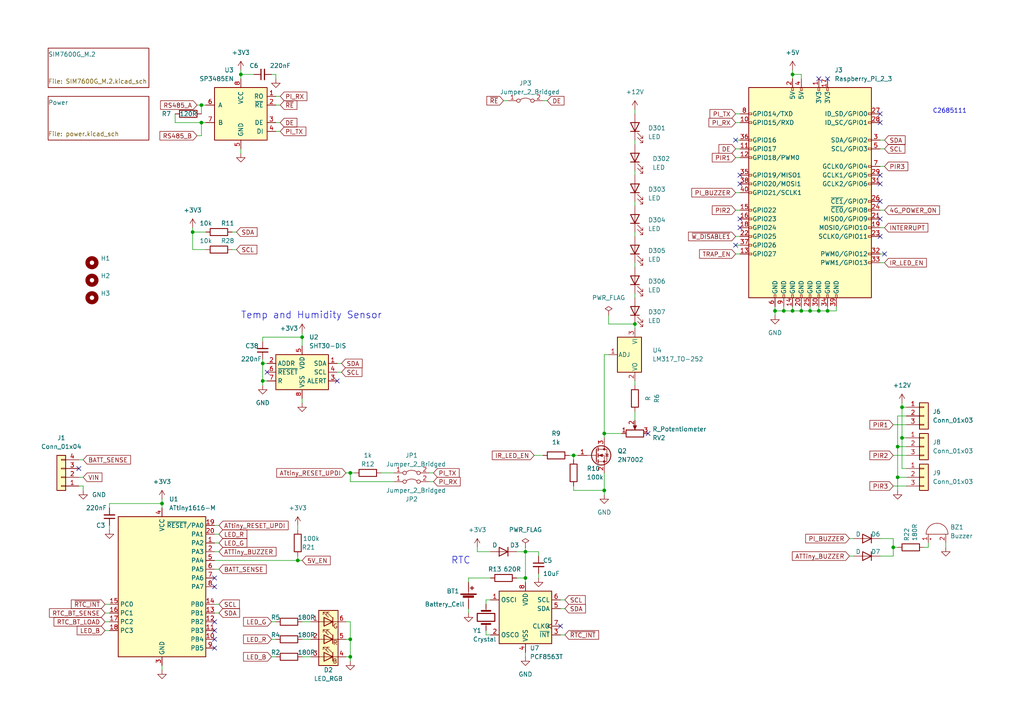
<source format=kicad_sch>
(kicad_sch (version 20211123) (generator eeschema)
  (paper "A4")
  (junction (at 232.41 90.17))
  (junction (at 261.62 118.11))
  (junction (at 260.35 129.54))
  (junction (at 152.4 160.02))
  (junction (at 260.35 138.43))
  (junction (at 86.36 162.56))
  (junction (at 58.42 30.48))
  (junction (at 46.99 146.05))
  (junction (at 101.6 190.5))
  (junction (at 184.15 93.98))
  (junction (at 101.6 137.16))
  (junction (at 55.88 67.31))
  (junction (at 240.03 90.17))
  (junction (at 175.26 125.73))
  (junction (at 76.2 105.41))
  (junction (at 69.85 21.59))
  (junction (at 101.6 185.42))
  (junction (at 234.95 90.17))
  (junction (at 227.33 90.17))
  (junction (at 175.26 142.24))
  (junction (at 229.87 21.59))
  (junction (at 224.79 90.17))
  (junction (at 127 -60.96))
  (junction (at 229.87 90.17))
  (junction (at 114.3 -50.8))
  (junction (at 58.42 35.56))
  (junction (at 87.63 97.79))
  (junction (at 259.08 158.75))
  (junction (at 166.37 132.08))
  (junction (at 76.2 110.49))
  (junction (at 261.62 127))
  (junction (at 237.49 90.17))
  (junction (at 152.4 167.64))
  (no_connect (at 213.36 40.64))
  (no_connect (at 214.63 50.8))
  (no_connect (at 213.36 71.12))
  (no_connect (at 237.49 22.86))
  (no_connect (at 256.54 73.66))
  (no_connect (at 214.63 63.5))
  (no_connect (at 97.79 110.49))
  (no_connect (at 255.27 53.34))
  (no_connect (at 22.86 135.89))
  (no_connect (at 77.47 107.95))
  (no_connect (at 255.27 68.58))
  (no_connect (at -35.56 125.73))
  (no_connect (at 62.23 185.42))
  (no_connect (at 62.23 167.64))
  (no_connect (at -35.56 115.57))
  (no_connect (at 62.23 187.96))
  (no_connect (at 255.27 58.42))
  (no_connect (at 255.27 35.56))
  (no_connect (at 62.23 180.34))
  (no_connect (at 214.63 66.04))
  (no_connect (at 255.27 33.02))
  (no_connect (at 255.27 63.5))
  (no_connect (at 255.27 50.8))
  (no_connect (at 240.03 22.86))
  (no_connect (at -35.56 120.65))
  (no_connect (at 187.96 125.73))
  (no_connect (at 62.23 170.18))
  (no_connect (at 162.56 181.61))
  (no_connect (at 62.23 182.88))
  (no_connect (at -35.56 110.49))
  (no_connect (at 214.63 53.34))
  (wire (pts (xy 69.85 21.59) (xy 69.85 22.86)))
  (wire (pts (xy 125.73 -15.24) (xy 127 -15.24)))
  (wire (pts (xy 180.34 125.73) (xy 175.26 125.73)))
  (wire (pts (xy 78.74 185.42) (xy 80.01 185.42)))
  (wire (pts (xy 86.36 152.4) (xy 86.36 153.67)))
  (wire (pts (xy 58.42 35.56) (xy 58.42 39.37)))
  (wire (pts (xy 184.15 40.64) (xy 184.15 41.91)))
  (wire (pts (xy 260.35 129.54) (xy 260.35 138.43)))
  (wire (pts (xy 259.08 158.75) (xy 260.35 158.75)))
  (wire (pts (xy 76.2 104.14) (xy 76.2 105.41)))
  (wire (pts (xy 255.27 161.29) (xy 259.08 161.29)))
  (wire (pts (xy 175.26 125.73) (xy 175.26 127)))
  (wire (pts (xy 125.73 -25.4) (xy 128.27 -25.4)))
  (wire (pts (xy 157.48 29.21) (xy 158.75 29.21)))
  (wire (pts (xy 31.75 152.4) (xy 31.75 153.67)))
  (wire (pts (xy 110.49 137.16) (xy 114.3 137.16)))
  (wire (pts (xy 125.73 -20.32) (xy 128.27 -20.32)))
  (wire (pts (xy 237.49 90.17) (xy 237.49 88.9)))
  (wire (pts (xy 87.63 96.52) (xy 87.63 97.79)))
  (wire (pts (xy 127 -60.96) (xy 114.3 -60.96)))
  (wire (pts (xy 213.36 71.12) (xy 214.63 71.12)))
  (wire (pts (xy 213.36 55.88) (xy 214.63 55.88)))
  (wire (pts (xy 152.4 158.75) (xy 152.4 160.02)))
  (wire (pts (xy 240.03 90.17) (xy 240.03 88.9)))
  (wire (pts (xy 81.28 38.1) (xy 80.01 38.1)))
  (wire (pts (xy 22.86 138.43) (xy 24.13 138.43)))
  (wire (pts (xy 162.56 184.15) (xy 163.83 184.15)))
  (wire (pts (xy 262.89 129.54) (xy 260.35 129.54)))
  (wire (pts (xy 30.48 175.26) (xy 31.75 175.26)))
  (wire (pts (xy 101.6 137.16) (xy 102.87 137.16)))
  (wire (pts (xy 69.85 20.32) (xy 69.85 21.59)))
  (wire (pts (xy 234.95 90.17) (xy 237.49 90.17)))
  (wire (pts (xy 224.79 88.9) (xy 224.79 90.17)))
  (wire (pts (xy 101.6 180.34) (xy 100.33 180.34)))
  (wire (pts (xy 162.56 176.53) (xy 163.83 176.53)))
  (wire (pts (xy 62.23 157.48) (xy 63.5 157.48)))
  (wire (pts (xy 213.36 45.72) (xy 214.63 45.72)))
  (wire (pts (xy 62.23 152.4) (xy 63.5 152.4)))
  (wire (pts (xy 242.57 90.17) (xy 242.57 88.9)))
  (wire (pts (xy 87.63 190.5) (xy 90.17 190.5)))
  (wire (pts (xy 59.69 35.56) (xy 58.42 35.56)))
  (wire (pts (xy 87.63 115.57) (xy 87.63 116.84)))
  (wire (pts (xy 86.36 162.56) (xy 87.63 162.56)))
  (wire (pts (xy 62.23 165.1) (xy 63.5 165.1)))
  (wire (pts (xy 101.6 185.42) (xy 101.6 180.34)))
  (wire (pts (xy 175.26 142.24) (xy 166.37 142.24)))
  (wire (pts (xy 152.4 189.23) (xy 152.4 190.5)))
  (wire (pts (xy 101.6 190.5) (xy 100.33 190.5)))
  (wire (pts (xy 259.08 156.21) (xy 259.08 158.75)))
  (wire (pts (xy 87.63 97.79) (xy 87.63 100.33)))
  (wire (pts (xy 255.27 156.21) (xy 259.08 156.21)))
  (wire (pts (xy 135.89 176.53) (xy 135.89 177.8)))
  (wire (pts (xy 62.23 162.56) (xy 86.36 162.56)))
  (wire (pts (xy 46.99 144.78) (xy 46.99 146.05)))
  (wire (pts (xy 76.2 110.49) (xy 77.47 110.49)))
  (wire (pts (xy 81.28 27.94) (xy 80.01 27.94)))
  (wire (pts (xy 76.2 97.79) (xy 87.63 97.79)))
  (wire (pts (xy 255.27 48.26) (xy 256.54 48.26)))
  (wire (pts (xy 232.41 90.17) (xy 234.95 90.17)))
  (wire (pts (xy 149.86 167.64) (xy 152.4 167.64)))
  (wire (pts (xy 62.23 160.02) (xy 63.5 160.02)))
  (wire (pts (xy 135.89 -25.4) (xy 137.16 -25.4)))
  (wire (pts (xy 30.48 177.8) (xy 31.75 177.8)))
  (wire (pts (xy 138.43 158.75) (xy 138.43 160.02)))
  (wire (pts (xy 81.28 35.56) (xy 80.01 35.56)))
  (wire (pts (xy 59.69 67.31) (xy 55.88 67.31)))
  (wire (pts (xy 146.05 29.21) (xy 147.32 29.21)))
  (wire (pts (xy 237.49 90.17) (xy 240.03 90.17)))
  (wire (pts (xy 58.42 35.56) (xy 50.8 35.56)))
  (wire (pts (xy 127 -62.23) (xy 127 -60.96)))
  (wire (pts (xy 58.42 30.48) (xy 58.42 33.02)))
  (wire (pts (xy 224.79 90.17) (xy 224.79 91.44)))
  (wire (pts (xy 101.6 190.5) (xy 101.6 191.77)))
  (wire (pts (xy 261.62 127) (xy 261.62 135.89)))
  (wire (pts (xy 166.37 132.08) (xy 166.37 133.35)))
  (wire (pts (xy 166.37 142.24) (xy 166.37 140.97)))
  (wire (pts (xy 46.99 193.04) (xy 46.99 194.31)))
  (wire (pts (xy 87.63 180.34) (xy 90.17 180.34)))
  (wire (pts (xy 213.36 33.02) (xy 214.63 33.02)))
  (wire (pts (xy 184.15 93.98) (xy 184.15 95.25)))
  (wire (pts (xy 184.15 110.49) (xy 184.15 111.76)))
  (wire (pts (xy 24.13 140.97) (xy 24.13 142.24)))
  (wire (pts (xy 30.48 180.34) (xy 31.75 180.34)))
  (wire (pts (xy 224.79 90.17) (xy 227.33 90.17)))
  (wire (pts (xy 261.62 116.84) (xy 261.62 118.11)))
  (wire (pts (xy 234.95 90.17) (xy 234.95 88.9)))
  (wire (pts (xy 76.2 111.76) (xy 76.2 110.49)))
  (wire (pts (xy 176.53 93.98) (xy 184.15 93.98)))
  (wire (pts (xy 175.26 142.24) (xy 175.26 143.51)))
  (wire (pts (xy 184.15 31.75) (xy 184.15 33.02)))
  (wire (pts (xy 124.46 139.7) (xy 125.73 139.7)))
  (wire (pts (xy 97.79 107.95) (xy 99.06 107.95)))
  (wire (pts (xy 213.36 73.66) (xy 214.63 73.66)))
  (wire (pts (xy 78.74 180.34) (xy 80.01 180.34)))
  (wire (pts (xy 184.15 119.38) (xy 184.15 121.92)))
  (wire (pts (xy 184.15 85.09) (xy 184.15 86.36)))
  (wire (pts (xy 78.74 190.5) (xy 80.01 190.5)))
  (wire (pts (xy 101.6 139.7) (xy 101.6 137.16)))
  (wire (pts (xy 46.99 146.05) (xy 31.75 146.05)))
  (wire (pts (xy 156.21 160.02) (xy 152.4 160.02)))
  (wire (pts (xy 259.08 140.97) (xy 262.89 140.97)))
  (wire (pts (xy 213.36 35.56) (xy 214.63 35.56)))
  (wire (pts (xy 165.1 132.08) (xy 166.37 132.08)))
  (wire (pts (xy 259.08 132.08) (xy 262.89 132.08)))
  (wire (pts (xy 260.35 120.65) (xy 260.35 129.54)))
  (wire (pts (xy 262.89 120.65) (xy 260.35 120.65)))
  (wire (pts (xy 140.97 173.99) (xy 142.24 173.99)))
  (wire (pts (xy 175.26 102.87) (xy 175.26 125.73)))
  (wire (pts (xy 59.69 30.48) (xy 58.42 30.48)))
  (wire (pts (xy 55.88 72.39) (xy 55.88 67.31)))
  (wire (pts (xy 255.27 76.2) (xy 256.54 76.2)))
  (wire (pts (xy 261.62 118.11) (xy 261.62 127)))
  (wire (pts (xy 67.31 72.39) (xy 68.58 72.39)))
  (wire (pts (xy 262.89 127) (xy 261.62 127)))
  (wire (pts (xy 80.01 21.59) (xy 78.74 21.59)))
  (wire (pts (xy 140.97 175.26) (xy 140.97 173.99)))
  (wire (pts (xy 138.43 160.02) (xy 142.24 160.02)))
  (wire (pts (xy 156.21 166.37) (xy 156.21 167.64)))
  (wire (pts (xy 100.33 137.16) (xy 101.6 137.16)))
  (wire (pts (xy 255.27 73.66) (xy 256.54 73.66)))
  (wire (pts (xy 229.87 20.32) (xy 229.87 21.59)))
  (wire (pts (xy 227.33 90.17) (xy 229.87 90.17)))
  (wire (pts (xy 62.23 177.8) (xy 63.5 177.8)))
  (wire (pts (xy 149.86 160.02) (xy 152.4 160.02)))
  (wire (pts (xy 101.6 185.42) (xy 101.6 190.5)))
  (wire (pts (xy 97.79 105.41) (xy 99.06 105.41)))
  (wire (pts (xy 114.3 -60.96) (xy 114.3 -59.69)))
  (wire (pts (xy 229.87 21.59) (xy 229.87 22.86)))
  (wire (pts (xy 87.63 185.42) (xy 90.17 185.42)))
  (wire (pts (xy 86.36 161.29) (xy 86.36 162.56)))
  (wire (pts (xy 227.33 90.17) (xy 227.33 88.9)))
  (wire (pts (xy 57.15 30.48) (xy 58.42 30.48)))
  (wire (pts (xy 135.89 167.64) (xy 135.89 168.91)))
  (wire (pts (xy 213.36 40.64) (xy 214.63 40.64)))
  (wire (pts (xy 232.41 90.17) (xy 232.41 88.9)))
  (wire (pts (xy 80.01 22.86) (xy 80.01 21.59)))
  (wire (pts (xy 22.86 133.35) (xy 24.13 133.35)))
  (wire (pts (xy 96.52 -44.45) (xy 97.79 -44.45)))
  (wire (pts (xy 30.48 182.88) (xy 31.75 182.88)))
  (wire (pts (xy 229.87 21.59) (xy 232.41 21.59)))
  (wire (pts (xy 124.46 137.16) (xy 125.73 137.16)))
  (wire (pts (xy 166.37 132.08) (xy 167.64 132.08)))
  (wire (pts (xy 142.24 184.15) (xy 140.97 184.15)))
  (wire (pts (xy 262.89 138.43) (xy 260.35 138.43)))
  (wire (pts (xy 76.2 105.41) (xy 77.47 105.41)))
  (wire (pts (xy 255.27 43.18) (xy 256.54 43.18)))
  (wire (pts (xy 154.94 132.08) (xy 157.48 132.08)))
  (wire (pts (xy 259.08 123.19) (xy 262.89 123.19)))
  (wire (pts (xy 213.36 68.58) (xy 214.63 68.58)))
  (wire (pts (xy 57.15 39.37) (xy 58.42 39.37)))
  (wire (pts (xy 125.73 -22.86) (xy 128.27 -22.86)))
  (wire (pts (xy 114.3 -39.37) (xy 114.3 -38.1)))
  (wire (pts (xy 140.97 184.15) (xy 140.97 182.88)))
  (wire (pts (xy 213.36 60.96) (xy 214.63 60.96)))
  (wire (pts (xy 114.3 -52.07) (xy 114.3 -50.8)))
  (wire (pts (xy 76.2 105.41) (xy 76.2 110.49)))
  (wire (pts (xy 105.41 -44.45) (xy 106.68 -44.45)))
  (wire (pts (xy 62.23 154.94) (xy 63.5 154.94)))
  (wire (pts (xy 50.8 35.56) (xy 50.8 33.02)))
  (wire (pts (xy 127 -60.96) (xy 127 -55.88)))
  (wire (pts (xy 262.89 118.11) (xy 261.62 118.11)))
  (wire (pts (xy 152.4 167.64) (xy 152.4 168.91)))
  (wire (pts (xy 260.35 138.43) (xy 260.35 142.24)))
  (wire (pts (xy 184.15 58.42) (xy 184.15 59.69)))
  (wire (pts (xy 142.24 167.64) (xy 135.89 167.64)))
  (wire (pts (xy 175.26 137.16) (xy 175.26 142.24)))
  (wire (pts (xy 55.88 67.31) (xy 55.88 66.04)))
  (wire (pts (xy 76.2 99.06) (xy 76.2 97.79)))
  (wire (pts (xy 229.87 90.17) (xy 232.41 90.17)))
  (wire (pts (xy 125.73 -17.78) (xy 127 -17.78)))
  (wire (pts (xy 114.3 -50.8) (xy 114.3 -49.53)))
  (wire (pts (xy 81.28 30.48) (xy 80.01 30.48)))
  (wire (pts (xy 100.33 185.42) (xy 101.6 185.42)))
  (wire (pts (xy 67.31 67.31) (xy 68.58 67.31)))
  (wire (pts (xy 184.15 76.2) (xy 184.15 77.47)))
  (wire (pts (xy 46.99 146.05) (xy 46.99 147.32)))
  (wire (pts (xy 127 -45.72) (xy 127 -17.78)))
  (wire (pts (xy 213.36 43.18) (xy 214.63 43.18)))
  (wire (pts (xy 69.85 43.18) (xy 69.85 44.45)))
  (wire (pts (xy 259.08 161.29) (xy 259.08 158.75)))
  (wire (pts (xy 269.24 157.48) (xy 269.24 158.75)))
  (wire (pts (xy 162.56 173.99) (xy 163.83 173.99)))
  (wire (pts (xy 22.86 140.97) (xy 24.13 140.97)))
  (wire (pts (xy 101.6 139.7) (xy 114.3 139.7)))
  (wire (pts (xy 240.03 90.17) (xy 242.57 90.17)))
  (wire (pts (xy 62.23 175.26) (xy 63.5 175.26)))
  (wire (pts (xy 255.27 40.64) (xy 256.54 40.64)))
  (wire (pts (xy 184.15 67.31) (xy 184.15 68.58)))
  (wire (pts (xy 152.4 160.02) (xy 152.4 167.64)))
  (wire (pts (xy 246.38 156.21) (xy 247.65 156.21)))
  (wire (pts (xy 31.75 146.05) (xy 31.75 147.32)))
  (wire (pts (xy 269.24 158.75) (xy 267.97 158.75)))
  (wire (pts (xy 176.53 91.44) (xy 176.53 93.98)))
  (wire (pts (xy 114.3 -50.8) (xy 119.38 -50.8)))
  (wire (pts (xy 255.27 60.96) (xy 256.54 60.96)))
  (wire (pts (xy 69.85 21.59) (xy 73.66 21.59)))
  (wire (pts (xy 255.27 66.04) (xy 256.54 66.04)))
  (wire (pts (xy 274.32 157.48) (xy 274.32 158.75)))
  (wire (pts (xy 176.53 102.87) (xy 175.26 102.87)))
  (wire (pts (xy 229.87 90.17) (xy 229.87 88.9)))
  (wire (pts (xy 262.89 135.89) (xy 261.62 135.89)))
  (wire (pts (xy 184.15 49.53) (xy 184.15 50.8)))
  (wire (pts (xy 156.21 161.29) (xy 156.21 160.02)))
  (wire (pts (xy 246.38 161.29) (xy 247.65 161.29)))
  (wire (pts (xy 59.69 72.39) (xy 55.88 72.39)))
  (wire (pts (xy 232.41 21.59) (xy 232.41 22.86)))
  (text "C2685111" (at 270.51 33.02 0) (effects (font (size 1.27 1.27)) (justify left bottom)))
  (text "RTC" (at 130.81 163.83 0) (effects (font (size 2 2)) (justify left bottom)))
  (text "Temp and Humidity Sensor" (at 69.85 92.71 0) (effects (font (size 2 2)) (justify left bottom)))
  (global_label "DE" (shape input) (at 213.36 43.18 180) (property "Intersheet References" "${INTERSHEET_REFS}" (effects hide)))
  (global_label "BATT_SENSE" (shape input) (at 63.5 165.1 0) (property "Intersheet References" "${INTERSHEET_REFS}" (effects hide)))
  (global_label "VIN" (shape input) (at 24.13 138.43 0) (property "Intersheet References" "${INTERSHEET_REFS}" (effects hide)))
  (global_label "TRAP_EN" (shape input) (at 96.52 -44.45 180) (property "Intersheet References" "${INTERSHEET_REFS}" (effects hide)))
  (global_label "SDA" (shape input) (at 163.83 176.53 0) (property "Intersheet References" "${INTERSHEET_REFS}" (effects hide)))
  (global_label "BATT_SENSE" (shape input) (at 24.13 133.35 0) (property "Intersheet References" "${INTERSHEET_REFS}" (effects hide)))
  (global_label "PI_RX" (shape input) (at 81.28 27.94 0) (property "Intersheet References" "${INTERSHEET_REFS}" (effects hide)))
  (global_label "5V_EN" (shape input) (at 87.63 162.56 0) (property "Intersheet References" "${INTERSHEET_REFS}" (effects hide)))
  (global_label "RTC_BT_LOAD" (shape input) (at 30.48 180.34 180) (property "Intersheet References" "${INTERSHEET_REFS}" (effects hide)))
  (global_label "PI_TX" (shape input) (at 213.36 33.02 180) (property "Intersheet References" "${INTERSHEET_REFS}" (effects hide)))
  (global_label "INTERRUPT" (shape input) (at 137.16 -25.4 0) (property "Intersheet References" "${INTERSHEET_REFS}" (effects hide)))
  (global_label "PI_TX" (shape input) (at 125.73 137.16 0) (property "Intersheet References" "${INTERSHEET_REFS}" (effects hide)))
  (global_label "PI_RX" (shape input) (at 125.73 139.7 0) (property "Intersheet References" "${INTERSHEET_REFS}" (effects hide)))
  (global_label "LED_G" (shape input) (at 63.5 157.48 0) (property "Intersheet References" "${INTERSHEET_REFS}" (effects hide)))
  (global_label "~{RTC_INT}" (shape input) (at 30.48 175.26 180) (property "Intersheet References" "${INTERSHEET_REFS}" (effects hide)))
  (global_label "LED_G" (shape input) (at 78.74 180.34 180) (property "Intersheet References" "${INTERSHEET_REFS}" (effects hide)))
  (global_label "SCL" (shape input) (at 63.5 175.26 0) (property "Intersheet References" "${INTERSHEET_REFS}" (effects hide)))
  (global_label "IR_LED_EN" (shape input) (at 256.54 76.2 0) (property "Intersheet References" "${INTERSHEET_REFS}" (effects hide)))
  (global_label "PIR3" (shape input) (at 259.08 140.97 180) (property "Intersheet References" "${INTERSHEET_REFS}" (effects hide)))
  (global_label "RS485_B" (shape input) (at 128.27 -22.86 0) (property "Intersheet References" "${INTERSHEET_REFS}" (effects hide)))
  (global_label "LED_B" (shape input) (at 78.74 190.5 180) (property "Intersheet References" "${INTERSHEET_REFS}" (effects hide)))
  (global_label "4G_POWER_ON" (shape input) (at 256.54 60.96 0) (property "Intersheet References" "${INTERSHEET_REFS}" (effects hide)))
  (global_label "RS485_B" (shape input) (at 57.15 39.37 180) (property "Intersheet References" "${INTERSHEET_REFS}" (effects hide)))
  (global_label "PIR2" (shape input) (at 259.08 132.08 180) (property "Intersheet References" "${INTERSHEET_REFS}" (effects hide)))
  (global_label "DE" (shape input) (at 81.28 35.56 0) (property "Intersheet References" "${INTERSHEET_REFS}" (effects hide)))
  (global_label "RS485_A" (shape input) (at 57.15 30.48 180) (property "Intersheet References" "${INTERSHEET_REFS}" (effects hide)))
  (global_label "PIR1" (shape input) (at 213.36 45.72 180) (property "Intersheet References" "${INTERSHEET_REFS}" (effects hide)))
  (global_label "IR_LED_EN" (shape input) (at 154.94 132.08 180) (property "Intersheet References" "${INTERSHEET_REFS}" (effects hide)))
  (global_label "LED_R" (shape input) (at 78.74 185.42 180) (property "Intersheet References" "${INTERSHEET_REFS}" (effects hide)))
  (global_label "ATTiny_BUZZER" (shape input) (at 246.38 161.29 180) (property "Intersheet References" "${INTERSHEET_REFS}" (effects hide)))
  (global_label "RS485_A" (shape input) (at 128.27 -20.32 0) (property "Intersheet References" "${INTERSHEET_REFS}" (effects hide)))
  (global_label "SCL" (shape input) (at 256.54 43.18 0) (property "Intersheet References" "${INTERSHEET_REFS}" (effects hide)))
  (global_label "SDA" (shape input) (at 99.06 105.41 0) (property "Intersheet References" "${INTERSHEET_REFS}" (effects hide)))
  (global_label "LED_R" (shape input) (at 63.5 154.94 0) (property "Intersheet References" "${INTERSHEET_REFS}" (effects hide)))
  (global_label "PIR3" (shape input) (at 256.54 48.26 0) (property "Intersheet References" "${INTERSHEET_REFS}" (effects hide)))
  (global_label "~{RE}" (shape input) (at 146.05 29.21 180) (property "Intersheet References" "${INTERSHEET_REFS}" (effects hide)))
  (global_label "SCL" (shape input) (at 68.58 72.39 0) (property "Intersheet References" "${INTERSHEET_REFS}" (effects hide)))
  (global_label "~{RTC_INT}" (shape input) (at 163.83 184.15 0) (property "Intersheet References" "${INTERSHEET_REFS}" (effects hide)))
  (global_label "SDA" (shape input) (at 256.54 40.64 0) (property "Intersheet References" "${INTERSHEET_REFS}" (effects hide)))
  (global_label "~{RE}" (shape input) (at 81.28 30.48 0) (property "Intersheet References" "${INTERSHEET_REFS}" (effects hide)))
  (global_label "SCL" (shape input) (at 99.06 107.95 0) (property "Intersheet References" "${INTERSHEET_REFS}" (effects hide)))
  (global_label "ATtiny_RESET_UPDI" (shape input) (at 100.33 137.16 180) (property "Intersheet References" "${INTERSHEET_REFS}" (effects hide)))
  (global_label "SDA" (shape input) (at 63.5 177.8 0) (property "Intersheet References" "${INTERSHEET_REFS}" (effects hide)))
  (global_label "TRAP_EN" (shape input) (at 213.36 73.66 180) (property "Intersheet References" "${INTERSHEET_REFS}" (effects hide)))
  (global_label "PIR1" (shape input) (at 259.08 123.19 180) (property "Intersheet References" "${INTERSHEET_REFS}" (effects hide)))
  (global_label "ATtiny_RESET_UPDI" (shape input) (at 63.5 152.4 0) (property "Intersheet References" "${INTERSHEET_REFS}" (effects hide)))
  (global_label "PI_BUZZER" (shape input) (at 213.36 55.88 180) (property "Intersheet References" "${INTERSHEET_REFS}" (effects hide)))
  (global_label "SCL" (shape input) (at 163.83 173.99 0) (property "Intersheet References" "${INTERSHEET_REFS}" (effects hide)))
  (global_label "INTERRUPT" (shape input) (at 256.54 66.04 0) (property "Intersheet References" "${INTERSHEET_REFS}" (effects hide)))
  (global_label "RTC_BT_SENSE" (shape input) (at 30.48 177.8 180) (property "Intersheet References" "${INTERSHEET_REFS}" (effects hide)))
  (global_label "ATTiny_BUZZER" (shape input) (at 63.5 160.02 0) (property "Intersheet References" "${INTERSHEET_REFS}" (effects hide)))
  (global_label "PIR2" (shape input) (at 213.36 60.96 180) (property "Intersheet References" "${INTERSHEET_REFS}" (effects hide)))
  (global_label "DE" (shape input) (at 158.75 29.21 0) (property "Intersheet References" "${INTERSHEET_REFS}" (effects hide)))
  (global_label "~{W_DISABLE1}" (shape input) (at 213.36 68.58 180) (property "Intersheet References" "${INTERSHEET_REFS}" (effects hide)))
  (global_label "PI_TX" (shape input) (at 81.28 38.1 0) (property "Intersheet References" "${INTERSHEET_REFS}" (effects hide)))
  (global_label "LED_B" (shape input) (at 30.48 182.88 180) (property "Intersheet References" "${INTERSHEET_REFS}" (effects hide)))
  (global_label "SDA" (shape input) (at 68.58 67.31 0) (property "Intersheet References" "${INTERSHEET_REFS}" (effects hide)))
  (global_label "PI_RX" (shape input) (at 213.36 35.56 180) (property "Intersheet References" "${INTERSHEET_REFS}" (effects hide)))
  (global_label "PI_BUZZER" (shape input) (at 246.38 156.21 180) (property "Intersheet References" "${INTERSHEET_REFS}" (effects hide)))
  (symbol (lib_id "Regulator_Linear:LM317_TO-252") (at 184.15 102.87 270) (unit 1)
    (property "Reference" "U4" (at 189.23 101.5999 90) (effects (justify left)))
    (property "Value" "LM317_TO-252" (at 189.23 104.1399 90) (effects (justify left)))
    (property "Footprint" "Package_TO_SOT_SMD:TO-252-2" (effects hide))
    (property "Datasheet" "http://www.ti.com/lit/ds/snvs774n/snvs774n.pdf" (effects hide))
    (property "LCSC" "C75510" (effects hide))
  )
  (symbol (lib_id "power:+5V") (at 229.87 20.32 0) (unit 1)
    (property "Reference" "#PWR017" (effects hide))
    (property "Value" "+5V" (at 229.87 15.24 0))
  )
  (symbol (lib_id "Device:D") (at 251.46 161.29 180) (unit 1)
    (property "Reference" "D7" (at 254 160.02 0))
    (property "Value" "D" (at 248.92 160.02 0))
    (property "Footprint" "Diode_SMD:D_SOD-523" (effects hide))
    (property "LCSC" "C668989" (effects hide))
  )
  (symbol (lib_id "Jumper:Jumper_2_Bridged") (at 152.4 29.21 0) (unit 1)
    (property "Reference" "JP3" (at 152.4 24.13 0))
    (property "Value" "Jumper_2_Bridged" (at 153.67 26.67 0))
    (property "Footprint" "Connector_PinHeader_2.54mm:PinHeader_1x02_P2.54mm_Vertical" (effects hide))
  )
  (symbol (lib_id "power:+3V3") (at 87.63 96.52 0) (unit 1)
    (property "Reference" "#PWR0124" (effects hide))
    (property "Value" "+3V3" (at 83.82 95.25 0))
  )
  (symbol (lib_id "power:+3V3") (at 55.88 66.04 0) (unit 1)
    (property "Reference" "#PWR0129" (effects hide))
    (property "Value" "+3V3" (at 55.88 60.96 0))
  )
  (symbol (lib_id "Jumper:Jumper_2_Bridged") (at 119.38 137.16 0) (unit 1)
    (property "Reference" "JP1" (at 119.38 132.08 0))
    (property "Value" "Jumper_2_Bridged" (at 120.65 134.62 0))
    (property "Footprint" "Connector_PinHeader_2.54mm:PinHeader_1x02_P2.54mm_Vertical" (effects hide))
  )
  (symbol (lib_id "power:GND") (at 46.99 194.31 0) (unit 1)
    (property "Reference" "#PWR0114" (effects hide))
    (property "Value" "GND" (effects hide))
  )
  (symbol (lib_id "power:GND") (at 152.4 190.5 0) (unit 1)
    (property "Reference" "#PWR0111" (effects hide))
    (property "Value" "GND" (at 152.4 195.58 0))
  )
  (symbol (lib_id "Timer_RTC:PCF8563T") (at 152.4 179.07 0) (unit 1)
    (property "Reference" "U7" (at 153.67 187.96 0) (effects (justify left)))
    (property "Value" "PCF8563T" (at 153.67 190.5 0) (effects (justify left)))
    (property "Footprint" "Package_SO:SOIC-8_3.9x4.9mm_P1.27mm" (effects hide))
    (property "Datasheet" "https://www.nxp.com/docs/en/data-sheet/PCF8563.pdf" (effects hide))
    (property "LCSC" "C7440" (effects hide))
  )
  (symbol (lib_id "Device:LED") (at 184.15 36.83 90) (unit 1)
    (property "Reference" "D301" (at 187.96 37.1474 90) (effects (justify right)))
    (property "Value" "LED" (at 187.96 39.6874 90) (effects (justify right)))
    (property "Footprint" "cacophony-library:OPTO-SMD_L2.0-W1.4-R-RD" (effects hide))
    (property "LCSC" "C282225" (effects hide))
  )
  (symbol (lib_id "Device:R") (at 146.05 167.64 90) (unit 1)
    (property "Reference" "R13" (at 143.51 165.1 90))
    (property "Value" "620R" (at 148.59 165.1 90))
    (property "Footprint" "Resistor_SMD:R_0603_1608Metric" (effects hide))
    (property "LCSC" "C23220" (effects hide))
  )
  (symbol (lib_id "Mechanical:MountingHole") (at 26.67 81.28 0) (unit 1)
    (property "Reference" "H2" (at 29.21 80.0099 0) (effects (justify left)))
    (property "Value" "MountingHole" (effects hide))
    (property "Footprint" "cacophony-library:Mouning_Hole_M3" (effects hide))
  )
  (symbol (lib_id "Connector_Generic:Conn_01x03") (at 267.97 138.43 0) (unit 1)
    (property "Reference" "J9" (at 270.51 137.1599 0) (effects (justify left)))
    (property "Value" "Conn_01x03" (at 270.51 139.6999 0) (effects (justify left)))
    (property "Footprint" "cacophony-library:CONN-TH_B03B-XASK-1-A-LF-SN" (effects hide))
  )
  (symbol (lib_id "Device:LED") (at 184.15 90.17 90) (unit 1)
    (property "Reference" "D307" (at 187.96 90.4874 90) (effects (justify right)))
    (property "Value" "LED" (at 187.96 93.0274 90) (effects (justify right)))
    (property "Footprint" "cacophony-library:OPTO-SMD_L2.0-W1.4-R-RD" (effects hide))
    (property "LCSC" "C282225" (effects hide))
  )
  (symbol (lib_id "Device:LED") (at 184.15 81.28 90) (unit 1)
    (property "Reference" "D306" (at 187.96 81.5974 90) (effects (justify right)))
    (property "Value" "LED" (at 187.96 84.1374 90) (effects (justify right)))
    (property "Footprint" "cacophony-library:OPTO-SMD_L2.0-W1.4-R-RD" (effects hide))
    (property "LCSC" "C282225" (effects hide))
  )
  (symbol (lib_id "power:GND") (at 80.01 22.86 0) (unit 1)
    (property "Reference" "#PWR0121" (effects hide))
    (property "Value" "GND" (effects hide))
  )
  (symbol (lib_id "power:GND") (at 69.85 44.45 0) (mirror y) (unit 1)
    (property "Reference" "#PWR0120" (effects hide))
    (property "Value" "GND" (effects hide))
  )
  (symbol (lib_id "Device:R") (at 264.16 158.75 90) (unit 1)
    (property "Reference" "R22" (at 262.9916 156.972 0) (effects (justify left)))
    (property "Value" "180R" (at 265.303 156.972 0) (effects (justify left)))
    (property "Footprint" "Resistor_SMD:R_0402_1005Metric" (effects hide))
    (property "LCSC" "C38941" (effects hide))
  )
  (symbol (lib_id "Device:C_Small") (at 76.2 21.59 90) (unit 1)
    (property "Reference" "C6" (at 73.66 19.05 90))
    (property "Value" "220nF" (at 81.28 19.05 90))
    (property "Footprint" "Capacitor_SMD:C_0402_1005Metric" (effects hide))
    (property "LCSC" "C16772" (effects hide))
  )
  (symbol (lib_id "Device:R_Potentiometer") (at 184.15 125.73 90) (unit 1)
    (property "Reference" "RV2" (at 189.23 127 90) (effects (justify right)))
    (property "Value" "R_Potentiometer" (at 189.23 124.46 90) (effects (justify right)))
    (property "Footprint" "cacophony-library:RES-ADJ-SMD_VG039NCH" (effects hide))
    (property "LCSC" "C128542" (effects hide))
  )
  (symbol (lib_id "Connector_Generic:Conn_01x03") (at 267.97 120.65 0) (unit 1)
    (property "Reference" "J6" (at 270.51 119.3799 0) (effects (justify left)))
    (property "Value" "Conn_01x03" (at 270.51 121.9199 0) (effects (justify left)))
    (property "Footprint" "cacophony-library:CONN-TH_B03B-XASK-1-A-LF-SN" (effects hide))
  )
  (symbol (lib_id "power:GND") (at 31.75 153.67 0) (unit 1)
    (property "Reference" "#PWR0123" (effects hide))
    (property "Value" "GND" (effects hide))
  )
  (symbol (lib_id "Device:R") (at 83.82 185.42 90) (unit 1)
    (property "Reference" "R4" (at 81.28 184.15 90) (effects (justify left)))
    (property "Value" "180R" (at 91.44 184.15 90) (effects (justify left)))
    (property "Footprint" "Resistor_SMD:R_0402_1005Metric" (effects hide))
    (property "LCSC" "C38941" (effects hide))
  )
  (symbol (lib_id "Device:LED") (at 184.15 54.61 90) (unit 1)
    (property "Reference" "D303" (at 187.96 54.9274 90) (effects (justify right)))
    (property "Value" "LED" (at 187.96 57.4674 90) (effects (justify right)))
    (property "Footprint" "cacophony-library:OPTO-SMD_L2.0-W1.4-R-RD" (effects hide))
    (property "LCSC" "C282225" (effects hide))
  )
  (symbol (lib_id "power:GND") (at 76.2 111.76 0) (unit 1)
    (property "Reference" "#PWR0116" (effects hide))
    (property "Value" "GND" (at 76.2 116.84 0))
  )
  (symbol (lib_id "Device:Crystal") (at 140.97 179.07 90) (unit 1)
    (property "Reference" "Y1" (at 137.16 182.88 90) (effects (justify right)))
    (property "Value" "Crystal" (at 137.16 185.42 90) (effects (justify right)))
    (property "Footprint" "Crystal:Crystal_SMD_3215-2Pin_3.2x1.5mm" (effects hide))
    (property "LCSC" "C32346" (effects hide))
  )
  (symbol (lib_id "power:PWR_FLAG") (at 176.53 91.44 0) (unit 1)
    (property "Reference" "#FLG0102" (effects hide))
    (property "Value" "PWR_FLAG" (at 176.53 86.36 0))
  )
  (symbol (lib_id "Connector:Screw_Terminal_01x01") (at -30.48 125.73 0) (unit 1)
    (property "Reference" "J13" (at -27.94 124.46 0) (effects (justify left)))
    (property "Value" "Screw_Terminal_01x01" (at -27.94 126.9999 0) (effects (justify left)))
    (property "Footprint" "cacophony-library:SMD_BD4.4-L4.4-D2.8" (effects hide))
    (property "LCSC" "C2928176" (effects hide))
  )
  (symbol (lib_id "power:GND") (at 24.13 142.24 0) (unit 1)
    (property "Reference" "#PWR0122" (effects hide))
    (property "Value" "GND" (at 26.67 143.5099 0) (effects (justify left)))
  )
  (symbol (lib_id "power:GND") (at 114.3 -38.1 0) (unit 1)
    (property "Reference" "#PWR0113" (effects hide))
    (property "Value" "GND" (at 114.3 -31.75 0))
  )
  (symbol (lib_id "Interface_UART:SP3485EN") (at 69.85 33.02 0) (mirror y) (unit 1)
    (property "Reference" "U3" (at 67.8306 20.32 0) (effects (justify left)))
    (property "Value" "SP3485EN" (at 67.8306 22.86 0) (effects (justify left)))
    (property "Footprint" "Package_SO:SOIC-8_3.9x4.9mm_P1.27mm" (effects hide))
    (property "Datasheet" "http://www.icbase.com/pdf/SPX/SPX00480106.pdf" (effects hide))
    (property "LCSC" "C8963" (effects hide))
  )
  (symbol (lib_id "Device:R") (at 101.6 -44.45 90) (unit 1)
    (property "Reference" "R14" (at 101.6 -50.8 90))
    (property "Value" "1k" (at 101.6 -48.26 90))
    (property "Footprint" "Resistor_SMD:R_0402_1005Metric" (effects hide))
    (property "LCSC" "C11702" (effects hide))
  )
  (symbol (lib_id "power:+12V") (at 127 -62.23 0) (unit 1)
    (property "Reference" "#PWR0108" (effects hide))
    (property "Value" "+12V" (at 127 -66.04 0))
  )
  (symbol (lib_id "power:+12V") (at 184.15 31.75 0) (unit 1)
    (property "Reference" "#PWR0106" (effects hide))
    (property "Value" "+12V" (at 184.15 26.67 0))
  )
  (symbol (lib_id "power:GND") (at 175.26 143.51 0) (unit 1)
    (property "Reference" "#PWR0101" (effects hide))
    (property "Value" "GND" (at 175.26 148.59 0))
  )
  (symbol (lib_id "Device:R") (at 166.37 137.16 0) (unit 1)
    (property "Reference" "R10" (at 170.18 135.8899 0) (effects (justify left)))
    (property "Value" "100k" (at 170.18 138.4299 0) (effects (justify left)))
    (property "Footprint" "Resistor_SMD:R_0402_1005Metric" (effects hide))
    (property "LCSC" "C25741" (effects hide))
  )
  (symbol (lib_id "Device:LED") (at 184.15 72.39 90) (unit 1)
    (property "Reference" "D305" (at 187.96 72.7074 90) (effects (justify right)))
    (property "Value" "LED" (at 187.96 75.2474 90) (effects (justify right)))
    (property "Footprint" "cacophony-library:OPTO-SMD_L2.0-W1.4-R-RD" (effects hide))
    (property "LCSC" "C282225" (effects hide))
  )
  (symbol (lib_id "Transistor_FET:2N7002") (at 111.76 -44.45 0) (unit 1)
    (property "Reference" "Q3" (at 118.11 -45.7201 0) (effects (justify left)))
    (property "Value" "2N7002" (at 118.11 -43.1801 0) (effects (justify left)))
    (property "Footprint" "Package_TO_SOT_SMD:SOT-23" (effects hide))
    (property "Datasheet" "https://www.onsemi.com/pub/Collateral/NDS7002A-D.PDF" (effects hide))
    (property "LCSC" "C8545" (effects hide))
  )
  (symbol (lib_id "power:GND") (at 127 -15.24 90) (unit 1)
    (property "Reference" "#PWR0112" (effects hide))
    (property "Value" "GND" (at 130.81 -15.2401 90) (effects (justify right)))
  )
  (symbol (lib_id "Device:R") (at 184.15 115.57 0) (unit 1)
    (property "Reference" "R6" (at 190.5 115.57 90))
    (property "Value" "R" (at 187.96 115.57 90))
    (property "Footprint" "Resistor_SMD:R_0603_1608Metric" (effects hide))
    (property "Field4" "LCSC" (effects hide))
    (property "LCSC" " C25190" (effects hide))
  )
  (symbol (lib_id "Device:R") (at 83.82 180.34 90) (unit 1)
    (property "Reference" "R5" (at 81.28 179.07 90) (effects (justify left)))
    (property "Value" "180R" (at 91.44 179.07 90) (effects (justify left)))
    (property "Footprint" "Resistor_SMD:R_0402_1005Metric" (effects hide))
    (property "LCSC" "C38941" (effects hide))
  )
  (symbol (lib_id "power:+3V3") (at 86.36 152.4 0) (unit 1)
    (property "Reference" "#PWR0118" (effects hide))
    (property "Value" "+3V3" (at 86.36 147.32 0))
  )
  (symbol (lib_id "power:GND") (at 135.89 177.8 0) (unit 1)
    (property "Reference" "#PWR0110" (effects hide))
    (property "Value" "GND" (effects hide))
  )
  (symbol (lib_id "Device:D") (at 251.46 156.21 180) (unit 1)
    (property "Reference" "D6" (at 254 154.94 0))
    (property "Value" "D" (at 248.92 154.94 0))
    (property "Footprint" "Diode_SMD:D_SOD-523" (effects hide))
    (property "LCSC" "C668989" (effects hide))
  )
  (symbol (lib_id "Device:R") (at 86.36 157.48 180) (unit 1)
    (property "Reference" "R21" (at 91.44 158.75 0) (effects (justify left)))
    (property "Value" "100k" (at 92.71 156.21 0) (effects (justify left)))
    (property "Footprint" "Resistor_SMD:R_0402_1005Metric" (effects hide))
    (property "LCSC" "C25741" (effects hide))
  )
  (symbol (lib_id "power:PWR_FLAG") (at 152.4 158.75 0) (unit 1)
    (property "Reference" "#FLG0101" (effects hide))
    (property "Value" "PWR_FLAG" (at 152.4 153.67 0))
  )
  (symbol (lib_id "power:GND") (at 260.35 142.24 0) (unit 1)
    (property "Reference" "#PWR0102" (effects hide))
    (property "Value" "GND" (effects hide))
  )
  (symbol (lib_id "Device:D") (at 146.05 160.02 180) (unit 1)
    (property "Reference" "D3" (at 149.225 158.115 0))
    (property "Value" "D" (at 143.51 158.115 0))
    (property "Footprint" "Diode_SMD:D_SOD-523" (effects hide))
    (property "LCSC" "C668989" (effects hide))
  )
  (symbol (lib_id "power:GND") (at 224.79 91.44 0) (unit 1)
    (property "Reference" "#PWR0104" (effects hide))
    (property "Value" "GND" (at 224.79 96.52 0))
  )
  (symbol (lib_id "Device:Buzzer") (at 271.78 154.94 90) (unit 1)
    (property "Reference" "BZ1" (at 275.59 152.9079 90) (effects (justify right)))
    (property "Value" "Buzzer" (at 275.59 155.4479 90) (effects (justify right)))
    (property "Footprint" "cacophony-footprints:BUZ-TH_BD9.0-P5.00-D0.6-FD" (effects hide))
    (property "LCSC" "C96102" (effects hide))
  )
  (symbol (lib_id "power:+3V3") (at 46.99 144.78 0) (unit 1)
    (property "Reference" "#PWR0138" (effects hide))
    (property "Value" "+3V3" (at 46.99 139.7 0))
  )
  (symbol (lib_id "Device:R") (at 83.82 190.5 90) (unit 1)
    (property "Reference" "R2" (at 81.28 189.23 90) (effects (justify left)))
    (property "Value" "180R" (at 91.44 189.23 90) (effects (justify left)))
    (property "Footprint" "Resistor_SMD:R_0402_1005Metric" (effects hide))
    (property "LCSC" "C38941" (effects hide))
  )
  (symbol (lib_id "Device:R") (at 114.3 -55.88 0) (unit 1)
    (property "Reference" "R15" (at 111.76 -55.88 90))
    (property "Value" "100k" (at 110.49 -58.42 0))
    (property "Footprint" "Resistor_SMD:R_0402_1005Metric" (effects hide))
    (property "LCSC" "C25741" (effects hide))
  )
  (symbol (lib_id "Device:R") (at 63.5 67.31 90) (unit 1)
    (property "Reference" "R11" (at 66.04 64.77 90))
    (property "Value" "10k" (at 59.69 64.77 90))
    (property "Footprint" "Resistor_SMD:R_0402_1005Metric" (effects hide))
    (property "LCSC" "C25744" (effects hide))
  )
  (symbol (lib_id "Connector_Generic:Conn_01x03") (at 267.97 129.54 0) (unit 1)
    (property "Reference" "J8" (at 270.51 128.2699 0) (effects (justify left)))
    (property "Value" "Conn_01x03" (at 270.51 130.8099 0) (effects (justify left)))
    (property "Footprint" "cacophony-library:CONN-TH_B03B-XASK-1-A-LF-SN" (effects hide))
  )
  (symbol (lib_id "MCU_Microchip_ATtiny:ATtiny1616-M") (at 46.99 170.18 0) (unit 1)
    (property "Reference" "U1" (at 49.0094 144.78 0) (effects (justify left)))
    (property "Value" "ATtiny1616-M" (at 49.0094 147.32 0) (effects (justify left)))
    (property "Footprint" "Package_DFN_QFN:VQFN-20-1EP_3x3mm_P0.4mm_EP1.7x1.7mm" (effects hide))
    (property "Datasheet" "http://ww1.microchip.com/downloads/en/DeviceDoc/ATtiny3216_ATtiny1616-data-sheet-40001997B.pdf" (effects hide))
    (property "LCSC" "C507118" (effects hide))
  )
  (symbol (lib_id "Connector:Raspberry_Pi_2_3") (at 234.95 55.88 0) (unit 1)
    (property "Reference" "J3" (at 242.0494 20.32 0) (effects (justify left)))
    (property "Value" "Raspberry_Pi_2_3" (at 242.0494 22.86 0) (effects (justify left)))
    (property "Footprint" "cacophony-library:HDR-SMD_40P-P2.54-V-F-R2-C20-S8.7-EH" (effects hide))
    (property "Datasheet" "https://www.raspberrypi.org/documentation/hardware/raspberrypi/schematics/rpi_SCH_3bplus_1p0_reduced.pdf" (effects hide))
    (property "LCSC" "C2685111" (effects hide))
  )
  (symbol (lib_id "power:GND") (at 101.6 191.77 0) (unit 1)
    (property "Reference" "#PWR0115" (effects hide))
    (property "Value" "GND" (effects hide))
  )
  (symbol (lib_id "power:+3V3") (at 138.43 158.75 0) (unit 1)
    (property "Reference" "#PWR0105" (effects hide))
    (property "Value" "+3V3" (at 138.43 153.67 0))
  )
  (symbol (lib_id "Device:LED") (at 184.15 45.72 90) (unit 1)
    (property "Reference" "D302" (at 189.23 46.0374 90) (effects (justify right)))
    (property "Value" "LED" (at 189.23 48.5774 90) (effects (justify right)))
    (property "Footprint" "cacophony-library:OPTO-SMD_L2.0-W1.4-R-RD" (effects hide))
    (property "LCSC" "C282225" (effects hide))
  )
  (symbol (lib_id "Mechanical:MountingHole") (at 26.67 86.36 0) (unit 1)
    (property "Reference" "H3" (at 29.21 85.0899 0) (effects (justify left)))
    (property "Value" "MountingHole" (effects hide))
    (property "Footprint" "cacophony-library:Mouning_Hole_M3" (effects hide))
  )
  (symbol (lib_id "Device:R") (at 54.61 33.02 270) (mirror x) (unit 1)
    (property "Reference" "R7" (at 48.26 33.02 90))
    (property "Value" "120R" (at 54.61 33.02 90))
    (property "Footprint" "Resistor_SMD:R_0402_1005Metric" (effects hide))
    (property "LCSC" "C25079" (effects hide))
  )
  (symbol (lib_id "cacophony-symbols:LED_RGB") (at 95.25 185.42 0) (mirror y) (unit 1)
    (property "Reference" "D2" (at 95.25 194.31 0))
    (property "Value" "LED_RGB" (at 95.25 196.85 0))
    (property "Footprint" "cacophony-library:LED-SMD_6PIN-L1.60-W1.50-BL-RD" (effects hide))
    (property "LCSC" "C375568" (effects hide))
  )
  (symbol (lib_id "Device:R") (at 161.29 132.08 90) (unit 1)
    (property "Reference" "R9" (at 161.29 125.73 90))
    (property "Value" "1k" (at 161.29 128.27 90))
    (property "Footprint" "Resistor_SMD:R_0402_1005Metric" (effects hide))
    (property "LCSC" "C11702" (effects hide))
  )
  (symbol (lib_id "Transistor_FET:2N7002") (at 172.72 132.08 0) (unit 1)
    (property "Reference" "Q2" (at 179.07 130.8099 0) (effects (justify left)))
    (property "Value" "2N7002" (at 179.07 133.3499 0) (effects (justify left)))
    (property "Footprint" "Package_TO_SOT_SMD:SOT-23" (effects hide))
    (property "Datasheet" "https://www.onsemi.com/pub/Collateral/NDS7002A-D.PDF" (effects hide))
    (property "LCSC" "C8545" (effects hide))
  )
  (symbol (lib_id "Device:R") (at 106.68 137.16 90) (unit 1)
    (property "Reference" "R12" (at 106.68 134.62 90))
    (property "Value" "1k" (at 106.68 132.08 90))
    (property "Footprint" "Resistor_SMD:R_0402_1005Metric" (effects hide))
    (property "LCSC" "C11702" (effects hide))
  )
  (symbol (lib_id "Sensor_Humidity:SHT30-DIS") (at 87.63 107.95 0) (unit 1)
    (property "Reference" "U2" (at 89.6494 97.79 0) (effects (justify left)))
    (property "Value" "SHT30-DIS" (at 89.6494 100.33 0) (effects (justify left)))
    (property "Footprint" "Sensor_Humidity:Sensirion_DFN-8-1EP_2.5x2.5mm_P0.5mm_EP1.1x1.7mm" (effects hide))
    (property "Datasheet" "https://www.sensirion.com/fileadmin/user_upload/customers/sensirion/Dokumente/2_Humidity_Sensors/Datasheets/Sensirion_Humidity_Sensors_SHT3x_Datasheet_digital.pdf" (effects hide))
    (property "LCSC" "C77361" (effects hide))
  )
  (symbol (lib_id "Connector_Generic:Conn_01x05") (at 120.65 -20.32 180) (unit 1)
    (property "Reference" "J10" (at 114.3 -22.86 0))
    (property "Value" "Conn_01x05" (at 113.03 -20.32 0))
    (property "Footprint" "Connector_JST:JST_XA_B05B-XASK-1-A_1x05_P2.50mm_Vertical" (effects hide))
    (property "LCSC" "C493429" (effects hide))
  )
  (symbol (lib_id "Connector_Generic:Conn_01x04") (at 17.78 138.43 180) (unit 1)
    (property "Reference" "J1" (at 17.78 127 0))
    (property "Value" "Conn_01x04" (at 17.78 129.54 0))
    (property "Footprint" "Connector_JST:JST_XA_B04B-XASK-1_1x04_P2.50mm_Vertical" (effects hide))
  )
  (symbol (lib_id "power:GND") (at 156.21 167.64 0) (unit 1)
    (property "Reference" "#PWR0109" (effects hide))
    (property "Value" "GND" (effects hide))
  )
  (symbol (lib_id "power:+3V3") (at 69.85 20.32 0) (unit 1)
    (property "Reference" "#PWR0133" (effects hide))
    (property "Value" "+3V3" (at 69.85 15.24 0))
  )
  (symbol (lib_id "Device:Q_PMOS_GSD") (at 124.46 -50.8 0) (mirror x) (unit 1)
    (property "Reference" "Q4" (at 133.1468 -50.8 90))
    (property "Value" "Q_PMOS_GSD" (at 130.81 -50.8 90))
    (property "Footprint" "Package_TO_SOT_SMD:SOT-23" (effects hide))
    (property "LCSC" "C15127" (effects hide))
  )
  (symbol (lib_id "Device:R") (at 63.5 72.39 90) (unit 1)
    (property "Reference" "R28" (at 66.04 69.85 90))
    (property "Value" "10k" (at 59.69 69.85 90))
    (property "Footprint" "Resistor_SMD:R_0402_1005Metric" (effects hide))
    (property "LCSC" "C25744" (effects hide))
  )
  (symbol (lib_id "Connector:Screw_Terminal_01x01") (at -30.48 110.49 0) (unit 1)
    (property "Reference" "J7" (at -27.94 109.22 0) (effects (justify left)))
    (property "Value" "Screw_Terminal_01x01" (at -27.94 111.7599 0) (effects (justify left)))
    (property "Footprint" "cacophony-library:SMD_BD4.4-L4.4-D2.8" (effects hide))
    (property "LCSC" "C2928176" (effects hide))
  )
  (symbol (lib_id "power:GND") (at 274.32 158.75 0) (unit 1)
    (property "Reference" "#PWR0103" (effects hide))
    (property "Value" "GND" (effects hide))
  )
  (symbol (lib_id "Device:C_Small") (at 76.2 101.6 180) (unit 1)
    (property "Reference" "C38" (at 71.12 100.33 0) (effects (justify right)))
    (property "Value" "220nF" (at 69.85 104.14 0) (effects (justify right)))
    (property "Footprint" "Capacitor_SMD:C_0402_1005Metric" (effects hide))
    (property "LCSC" "C16772" (effects hide))
  )
  (symbol (lib_id "Device:R") (at 132.08 -25.4 90) (unit 1)
    (property "Reference" "R8" (at 129.54 -27.94 90))
    (property "Value" "10k" (at 134.62 -27.94 90))
    (property "Footprint" "Resistor_SMD:R_0402_1005Metric" (effects hide))
    (property "LCSC" "C25744" (effects hide))
  )
  (symbol (lib_id "Device:LED") (at 184.15 63.5 90) (unit 1)
    (property "Reference" "D304" (at 187.96 63.8174 90) (effects (justify right)))
    (property "Value" "LED" (at 187.96 66.3574 90) (effects (justify right)))
    (property "Footprint" "cacophony-library:OPTO-SMD_L2.0-W1.4-R-RD" (effects hide))
    (property "LCSC" "C282225" (effects hide))
  )
  (symbol (lib_id "Mechanical:MountingHole") (at 26.67 76.2 0) (unit 1)
    (property "Reference" "H1" (at 29.21 74.9299 0) (effects (justify left)))
    (property "Value" "MountingHole" (effects hide))
    (property "Footprint" "cacophony-library:Mouning_Hole_M3" (effects hide))
  )
  (symbol (lib_id "Device:Battery_Cell") (at 135.89 173.99 0) (unit 1)
    (property "Reference" "BT1" (at 129.54 171.45 0) (effects (justify left)))
    (property "Value" "Battery_Cell" (at 123.19 175.26 0) (effects (justify left)))
    (property "Footprint" "cacophony-footprints:CAP-SMD_FL11E" (effects hide))
  )
  (symbol (lib_id "Device:C_Small") (at 31.75 149.86 180) (unit 1)
    (property "Reference" "C3" (at 29.21 152.4 0))
    (property "Value" "220nF" (at 27.94 147.32 0))
    (property "Footprint" "Capacitor_SMD:C_0402_1005Metric" (effects hide))
    (property "LCSC" "C16772" (effects hide))
  )
  (symbol (lib_id "Device:C_Small") (at 156.21 163.83 0) (unit 1)
    (property "Reference" "C5" (at 157.48 162.56 0) (effects (justify left)))
    (property "Value" "10uF" (at 157.48 166.37 0) (effects (justify left)))
    (property "Footprint" "Capacitor_SMD:C_0603_1608Metric" (effects hide))
    (property "LCSC" "C19702" (effects hide))
  )
  (symbol (lib_id "power:GND") (at 87.63 116.84 0) (unit 1)
    (property "Reference" "#PWR0119" (effects hide))
    (property "Value" "GND" (effects hide))
  )
  (symbol (lib_id "Connector:Screw_Terminal_01x01") (at -30.48 115.57 0) (unit 1)
    (property "Reference" "J11" (at -27.94 114.3 0) (effects (justify left)))
    (property "Value" "Screw_Terminal_01x01" (at -27.94 116.8399 0) (effects (justify left)))
    (property "Footprint" "cacophony-library:SMD_BD4.4-L4.4-D2.8" (effects hide))
    (property "LCSC" "C2928176" (effects hide))
  )
  (symbol (lib_id "Jumper:Jumper_2_Bridged") (at 119.38 139.7 0) (unit 1)
    (property "Reference" "JP2" (at 119.38 144.78 0))
    (property "Value" "Jumper_2_Bridged" (at 120.65 142.24 0))
    (property "Footprint" "Connector_PinHeader_2.54mm:PinHeader_1x02_P2.54mm_Vertical" (effects hide))
  )
  (symbol (lib_id "power:+12V") (at 261.62 116.84 0) (unit 1)
    (property "Reference" "#PWR0107" (effects hide))
    (property "Value" "+12V" (at 261.62 111.76 0))
  )
  (symbol (lib_id "Connector:Screw_Terminal_01x01") (at -30.48 120.65 0) (unit 1)
    (property "Reference" "J12" (at -27.94 119.38 0) (effects (justify left)))
    (property "Value" "Screw_Terminal_01x01" (at -27.94 121.9199 0) (effects (justify left)))
    (property "Footprint" "cacophony-library:SMD_BD4.4-L4.4-D2.8" (effects hide))
    (property "LCSC" "C2928176" (effects hide))
  )
  (sheet (at 13.97 27.94) (size 29.21 12.7) (stroke (width 0.1524))
    (property "Sheet name" "Power" (at 13.97 30.48 0) (effects (justify left bottom)))
    (property "Sheet file" "power.kicad_sch" (at 13.97 38.1 0) (effects (justify left top)))
  )
  (sheet (at 13.97 13.97) (size 29.21 11.43) (stroke (width 0.1524))
    (property "Sheet name" "SIM7600G_M.2" (at 13.97 16.51 0) (effects (justify left bottom)))
    (property "Sheet file" "SIM7600G_M.2.kicad_sch" (at 13.97 22.86 0) (effects (justify left top)))
  )
)
</source>
